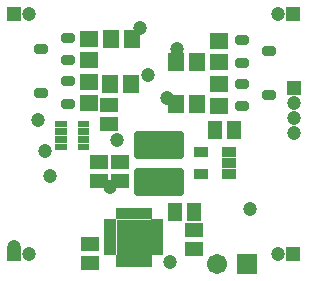
<source format=gbs>
G04 Layer_Color=16711935*
%FSLAX44Y44*%
%MOMM*%
G71*
G01*
G75*
%ADD34R,1.2032X1.5032*%
%ADD35R,1.5032X1.2032*%
%ADD38C,1.2032*%
%ADD39R,1.2032X1.2032*%
%ADD40R,1.2032X1.2032*%
%ADD41C,1.7032*%
%ADD42R,1.7032X1.7032*%
G04:AMPARAMS|DCode=43|XSize=0.8032mm|YSize=1.2032mm|CornerRadius=0.1766mm|HoleSize=0mm|Usage=FLASHONLY|Rotation=90.000|XOffset=0mm|YOffset=0mm|HoleType=Round|Shape=RoundedRectangle|*
%AMROUNDEDRECTD43*
21,1,0.8032,0.8500,0,0,90.0*
21,1,0.4500,1.2032,0,0,90.0*
1,1,0.3532,0.4250,0.2250*
1,1,0.3532,0.4250,-0.2250*
1,1,0.3532,-0.4250,-0.2250*
1,1,0.3532,-0.4250,0.2250*
%
%ADD43ROUNDEDRECTD43*%
%ADD44R,1.6032X1.4032*%
%ADD45R,1.4032X1.6032*%
%ADD46R,1.3032X0.8532*%
G04:AMPARAMS|DCode=47|XSize=4.2032mm|YSize=2.3032mm|CornerRadius=0.2066mm|HoleSize=0mm|Usage=FLASHONLY|Rotation=0.000|XOffset=0mm|YOffset=0mm|HoleType=Round|Shape=RoundedRectangle|*
%AMROUNDEDRECTD47*
21,1,4.2032,1.8900,0,0,0.0*
21,1,3.7900,2.3032,0,0,0.0*
1,1,0.4132,1.8950,-0.9450*
1,1,0.4132,-1.8950,-0.9450*
1,1,0.4132,-1.8950,0.9450*
1,1,0.4132,1.8950,0.9450*
%
%ADD47ROUNDEDRECTD47*%
G36*
X77500Y139000D02*
X67500D01*
Y144500D01*
X77500D01*
Y139000D01*
D02*
G37*
G36*
X58500D02*
X48500D01*
Y144500D01*
X58500D01*
Y139000D01*
D02*
G37*
G36*
X77500Y132500D02*
X67500D01*
Y138000D01*
X77500D01*
Y132500D01*
D02*
G37*
G36*
X58500D02*
X48500D01*
Y138000D01*
X58500D01*
Y132500D01*
D02*
G37*
G36*
X77500Y126000D02*
X67500D01*
Y131500D01*
X77500D01*
Y126000D01*
D02*
G37*
G36*
X58500D02*
X48500D01*
Y131500D01*
X58500D01*
Y126000D01*
D02*
G37*
G36*
X77500Y119500D02*
X67500D01*
Y125000D01*
X77500D01*
Y119500D01*
D02*
G37*
G36*
X58500D02*
X48500D01*
Y125000D01*
X58500D01*
Y119500D01*
D02*
G37*
G36*
X130250Y61250D02*
X140000D01*
Y55750D01*
Y50750D01*
Y45750D01*
Y40750D01*
Y35750D01*
Y30750D01*
X130250D01*
Y21000D01*
X99750D01*
Y30750D01*
X90000D01*
Y35750D01*
Y40750D01*
Y45750D01*
Y50750D01*
Y55750D01*
Y61250D01*
X99750D01*
Y71000D01*
X130250D01*
Y61250D01*
D02*
G37*
%LPC*%
G36*
X130000Y61000D02*
X100000D01*
Y55750D01*
Y50750D01*
Y45750D01*
Y40750D01*
Y35750D01*
Y31000D01*
X130000D01*
Y35750D01*
Y40750D01*
Y45750D01*
Y50750D01*
Y55750D01*
Y61000D01*
D02*
G37*
%LPD*%
G36*
X129250Y31250D02*
X100750D01*
Y60750D01*
X129250D01*
Y31250D01*
D02*
G37*
D34*
X184000Y137000D02*
D03*
X200000D02*
D03*
X166000Y67000D02*
D03*
X150000D02*
D03*
D35*
X85170Y109690D02*
D03*
Y93690D02*
D03*
X102950Y109690D02*
D03*
Y93690D02*
D03*
X78000Y24000D02*
D03*
Y40000D02*
D03*
X166000Y52000D02*
D03*
Y36000D02*
D03*
X94000Y158000D02*
D03*
Y142000D02*
D03*
D38*
X237300Y235000D02*
D03*
Y32000D02*
D03*
X26700D02*
D03*
Y235000D02*
D03*
X251000Y133900D02*
D03*
Y146600D02*
D03*
Y159300D02*
D03*
X126983Y183280D02*
D03*
X151969Y205280D02*
D03*
X120000Y223000D02*
D03*
X143000Y164000D02*
D03*
X95000Y88000D02*
D03*
X40000Y119000D02*
D03*
X44000Y98000D02*
D03*
X101000Y128000D02*
D03*
X213000Y70000D02*
D03*
X14000Y38000D02*
D03*
X34000Y145000D02*
D03*
X146000Y25000D02*
D03*
D39*
X250000Y235000D02*
D03*
Y32000D02*
D03*
X14000D02*
D03*
Y235000D02*
D03*
D40*
X251000Y172000D02*
D03*
D41*
X185600Y23000D02*
D03*
D42*
X211000D02*
D03*
D43*
X206430Y193670D02*
D03*
Y212670D02*
D03*
X229430Y203170D02*
D03*
X206430Y156840D02*
D03*
Y175840D02*
D03*
X229430Y166340D02*
D03*
X59250Y177760D02*
D03*
Y158760D02*
D03*
X36250Y168260D02*
D03*
X59250Y214590D02*
D03*
Y195590D02*
D03*
X36250Y205090D02*
D03*
D44*
X76960Y214090D02*
D03*
Y196090D02*
D03*
X187450Y194170D02*
D03*
Y212170D02*
D03*
Y157340D02*
D03*
Y175340D02*
D03*
X76960Y177260D02*
D03*
Y159260D02*
D03*
D45*
X168510Y194280D02*
D03*
X150510D02*
D03*
X168510Y158720D02*
D03*
X150510D02*
D03*
X94630Y175880D02*
D03*
X112630D02*
D03*
X95900Y213980D02*
D03*
X113900D02*
D03*
D46*
X171640Y118070D02*
D03*
Y99070D02*
D03*
X195640D02*
D03*
Y108570D02*
D03*
Y118070D02*
D03*
D47*
X136000Y124000D02*
D03*
Y93000D02*
D03*
M02*

</source>
